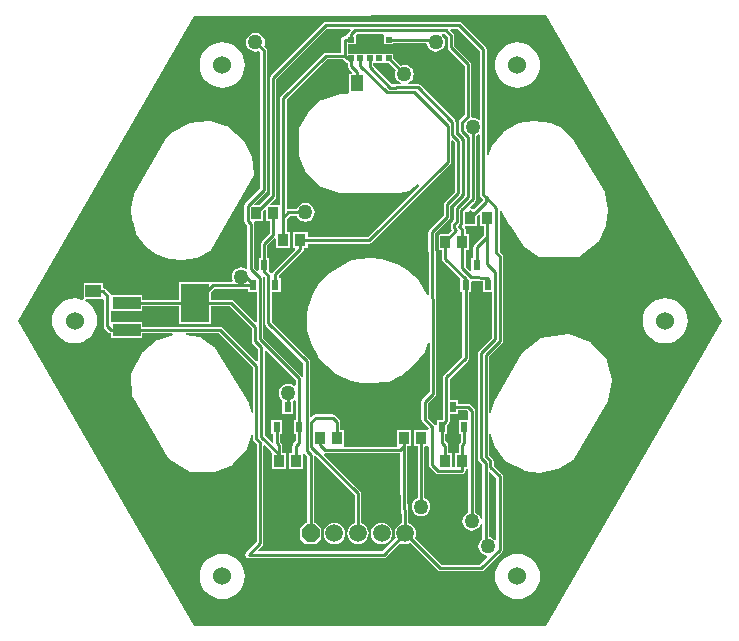
<source format=gtl>
G04 Layer_Physical_Order=1*
G04 Layer_Color=25308*
%FSLAX24Y24*%
%MOIN*%
G70*
G01*
G75*
%ADD10R,0.0433X0.0532*%
%ADD11R,0.0945X0.0394*%
%ADD12R,0.0945X0.1299*%
%ADD13R,0.0532X0.0433*%
%ADD14R,0.0354X0.0413*%
%ADD15R,0.0236X0.0354*%
%ADD16R,0.0236X0.0354*%
%ADD17R,0.0197X0.0197*%
%ADD18C,0.0100*%
%ADD19P,0.0639X8X202.5*%
%ADD20C,0.0591*%
%ADD21C,0.0600*%
%ADD22C,0.0500*%
G36*
X35363Y23622D02*
X29493Y13454D01*
X17751D01*
X11881Y23622D01*
X17751Y33790D01*
X29493Y33798D01*
X35363Y23622D01*
D02*
G37*
%LPC*%
G36*
X18701Y32897D02*
X18554Y32883D01*
X18413Y32840D01*
X18283Y32771D01*
X18169Y32677D01*
X18076Y32563D01*
X18006Y32433D01*
X17964Y32292D01*
X17949Y32146D01*
X17964Y31999D01*
X18006Y31858D01*
X18076Y31728D01*
X18169Y31614D01*
X18283Y31521D01*
X18413Y31451D01*
X18554Y31408D01*
X18701Y31394D01*
X18847Y31408D01*
X18988Y31451D01*
X19118Y31521D01*
X19232Y31614D01*
X19326Y31728D01*
X19395Y31858D01*
X19438Y31999D01*
X19452Y32146D01*
X19438Y32292D01*
X19395Y32433D01*
X19326Y32563D01*
X19232Y32677D01*
X19118Y32771D01*
X18988Y32840D01*
X18847Y32883D01*
X18701Y32897D01*
D02*
G37*
G36*
X33465Y24374D02*
X33318Y24359D01*
X33177Y24316D01*
X33047Y24247D01*
X32933Y24154D01*
X32840Y24040D01*
X32770Y23910D01*
X32727Y23769D01*
X32713Y23622D01*
X32727Y23475D01*
X32770Y23334D01*
X32840Y23204D01*
X32933Y23091D01*
X33047Y22997D01*
X33177Y22928D01*
X33318Y22885D01*
X33465Y22870D01*
X33611Y22885D01*
X33752Y22928D01*
X33882Y22997D01*
X33996Y23091D01*
X34090Y23204D01*
X34159Y23334D01*
X34202Y23475D01*
X34216Y23622D01*
X34202Y23769D01*
X34159Y23910D01*
X34090Y24040D01*
X33996Y24154D01*
X33882Y24247D01*
X33752Y24316D01*
X33611Y24359D01*
X33465Y24374D01*
D02*
G37*
G36*
X18259Y30277D02*
X18258Y30277D01*
X18258Y30277D01*
X17589Y30198D01*
X17575Y30193D01*
X17560Y30189D01*
X17049Y29913D01*
X17040Y29906D01*
X17030Y29899D01*
X16794Y29663D01*
X16788Y29654D01*
X16781Y29646D01*
X15757Y27835D01*
X15753Y27822D01*
X15748Y27810D01*
X15669Y27377D01*
X15669Y27365D01*
X15668Y27354D01*
X15708Y26961D01*
X15710Y26953D01*
X15711Y26945D01*
X15829Y26552D01*
X15835Y26540D01*
X15841Y26528D01*
X16156Y26095D01*
X16164Y26086D01*
X16172Y26078D01*
X16487Y25841D01*
X16498Y25836D01*
X16508Y25830D01*
X16941Y25673D01*
X16951Y25671D01*
X16961Y25668D01*
X17354Y25629D01*
X17365Y25630D01*
X17375Y25629D01*
X17848Y25708D01*
X17860Y25713D01*
X17873Y25717D01*
X18306Y25953D01*
X18311Y25957D01*
X18317Y25960D01*
X18323Y25967D01*
X18330Y25973D01*
X18333Y25979D01*
X18337Y25984D01*
X19755Y28464D01*
X19758Y28474D01*
X19763Y28484D01*
X19763Y28489D01*
X19765Y28494D01*
X19764Y28505D01*
X19765Y28515D01*
X19686Y29066D01*
X19682Y29077D01*
X19679Y29089D01*
X19443Y29601D01*
X19442Y29602D01*
X19442Y29603D01*
X19433Y29614D01*
X19425Y29626D01*
X19423Y29627D01*
X19422Y29628D01*
X18871Y30100D01*
X18870Y30101D01*
X18869Y30102D01*
X18856Y30109D01*
X18844Y30116D01*
X18842Y30116D01*
X18841Y30117D01*
X18290Y30274D01*
X18290Y30274D01*
X18290Y30274D01*
X18274Y30275D01*
X18259Y30277D01*
D02*
G37*
G36*
X28543Y32897D02*
X28397Y32883D01*
X28256Y32840D01*
X28126Y32771D01*
X28012Y32677D01*
X27918Y32563D01*
X27849Y32433D01*
X27806Y32292D01*
X27792Y32146D01*
X27806Y31999D01*
X27849Y31858D01*
X27918Y31728D01*
X28012Y31614D01*
X28126Y31521D01*
X28256Y31451D01*
X28397Y31408D01*
X28543Y31394D01*
X28690Y31408D01*
X28831Y31451D01*
X28961Y31521D01*
X29075Y31614D01*
X29168Y31728D01*
X29238Y31858D01*
X29281Y31999D01*
X29295Y32146D01*
X29281Y32292D01*
X29238Y32433D01*
X29168Y32563D01*
X29075Y32677D01*
X28961Y32771D01*
X28831Y32840D01*
X28690Y32883D01*
X28543Y32897D01*
D02*
G37*
G36*
X26600Y33581D02*
X26600Y33581D01*
X22150D01*
X22150Y33581D01*
X22107Y33573D01*
X22071Y33549D01*
X20315Y31792D01*
X20291Y31756D01*
X20283Y31714D01*
X20283Y31714D01*
Y27812D01*
X19941Y27470D01*
X19783D01*
X19764Y27517D01*
X20157Y27910D01*
X20181Y27946D01*
X20190Y27989D01*
X20190Y27989D01*
Y32631D01*
X20190Y32631D01*
X20181Y32674D01*
X20157Y32710D01*
X20157Y32710D01*
X20093Y32775D01*
X20111Y32819D01*
X20122Y32900D01*
X20111Y32981D01*
X20080Y33056D01*
X20030Y33120D01*
X19966Y33170D01*
X19891Y33201D01*
X19810Y33212D01*
X19729Y33201D01*
X19654Y33170D01*
X19590Y33120D01*
X19540Y33056D01*
X19509Y32981D01*
X19498Y32900D01*
X19509Y32819D01*
X19540Y32744D01*
X19590Y32680D01*
X19654Y32630D01*
X19729Y32599D01*
X19810Y32588D01*
X19891Y32599D01*
X19930Y32615D01*
X19968Y32584D01*
Y28035D01*
X19468Y27535D01*
X19444Y27499D01*
X19435Y27457D01*
X19435Y27457D01*
Y26953D01*
X19435Y26953D01*
X19444Y26910D01*
X19468Y26874D01*
X19534Y26808D01*
Y25386D01*
X19486Y25360D01*
X19411Y25391D01*
X19330Y25402D01*
X19249Y25391D01*
X19174Y25360D01*
X19110Y25310D01*
X19060Y25246D01*
X19029Y25171D01*
X19018Y25090D01*
X19029Y25009D01*
X19048Y24964D01*
X19015Y24914D01*
X18386D01*
X18386Y24914D01*
X18377Y24913D01*
X18327Y24921D01*
Y24921D01*
X18327Y24921D01*
X17264D01*
Y24324D01*
X16043D01*
Y24469D01*
X14985D01*
X14978Y24504D01*
X14954Y24540D01*
X14809Y24685D01*
X14773Y24709D01*
X14734Y24717D01*
Y24882D01*
X14085D01*
Y24362D01*
X14037Y24326D01*
X13926Y24359D01*
X13780Y24374D01*
X13633Y24359D01*
X13492Y24316D01*
X13362Y24247D01*
X13248Y24154D01*
X13155Y24040D01*
X13085Y23910D01*
X13042Y23769D01*
X13028Y23622D01*
X13042Y23475D01*
X13085Y23334D01*
X13155Y23204D01*
X13248Y23091D01*
X13362Y22997D01*
X13492Y22928D01*
X13633Y22885D01*
X13780Y22870D01*
X13926Y22885D01*
X14067Y22928D01*
X14197Y22997D01*
X14311Y23091D01*
X14404Y23204D01*
X14474Y23334D01*
X14517Y23475D01*
X14531Y23622D01*
X14517Y23769D01*
X14474Y23910D01*
X14404Y24040D01*
X14311Y24154D01*
X14197Y24247D01*
X14134Y24281D01*
X14147Y24331D01*
X14734D01*
X14764Y24293D01*
Y23432D01*
X14764Y23432D01*
X14772Y23390D01*
X14796Y23353D01*
X14921Y23228D01*
X14921Y23228D01*
X14957Y23204D01*
X14980Y23200D01*
Y23051D01*
X16043D01*
Y23196D01*
X17042D01*
X17050Y23146D01*
X16551Y22990D01*
X16551Y22990D01*
X16537Y22982D01*
X16523Y22975D01*
X16523Y22975D01*
X16523Y22975D01*
X16523Y22975D01*
X16051Y22581D01*
X16050Y22581D01*
X16050Y22580D01*
X16041Y22569D01*
X16031Y22557D01*
X16031Y22556D01*
X16031Y22556D01*
X15676Y21847D01*
X15675Y21842D01*
X15672Y21838D01*
X15671Y21827D01*
X15668Y21817D01*
X15669Y21812D01*
X15668Y21807D01*
X15707Y21098D01*
X15708Y21095D01*
X15708Y21091D01*
X15712Y21080D01*
X15715Y21068D01*
X15717Y21065D01*
X15718Y21062D01*
X16899Y19054D01*
X16902Y19051D01*
X16904Y19047D01*
X16912Y19039D01*
X16920Y19030D01*
X16924Y19029D01*
X16927Y19026D01*
X17635Y18593D01*
X17641Y18591D01*
X17646Y18587D01*
X17656Y18585D01*
X17665Y18582D01*
X17671Y18582D01*
X17677Y18581D01*
X18425D01*
X18440Y18584D01*
X18455Y18587D01*
X19046Y18823D01*
X19047Y18824D01*
X19050Y18825D01*
X19061Y18833D01*
X19072Y18840D01*
X19073Y18842D01*
X19075Y18843D01*
X19508Y19316D01*
X19509Y19318D01*
X19511Y19319D01*
X19517Y19331D01*
X19524Y19343D01*
X19525Y19345D01*
X19526Y19347D01*
X19680Y19862D01*
X19730Y19855D01*
Y19684D01*
X19730Y19684D01*
X19738Y19641D01*
X19762Y19605D01*
X19849Y19518D01*
Y16246D01*
X19502Y15899D01*
X19478Y15863D01*
X19469Y15820D01*
X19478Y15777D01*
X19502Y15741D01*
X19538Y15717D01*
X19580Y15709D01*
X19580Y15709D01*
X24088D01*
X24088Y15709D01*
X24130Y15717D01*
X24166Y15741D01*
X24643Y16218D01*
X24711Y16190D01*
X24803Y16178D01*
X24896Y16190D01*
X24963Y16218D01*
X25885Y15296D01*
X25921Y15272D01*
X25964Y15264D01*
X25964Y15264D01*
X27335D01*
X27335Y15264D01*
X27378Y15272D01*
X27414Y15296D01*
X28029Y15911D01*
X28029Y15911D01*
X28043Y15933D01*
X28053Y15947D01*
X28061Y15990D01*
Y18435D01*
X28053Y18478D01*
X28029Y18514D01*
X27751Y18792D01*
Y18941D01*
X27742Y18983D01*
X27732Y18998D01*
X27718Y19019D01*
X27718Y19019D01*
X27593Y19144D01*
Y19880D01*
X27643Y19888D01*
X27798Y19423D01*
X27804Y19412D01*
X27810Y19401D01*
X28164Y18928D01*
X28166Y18926D01*
X28168Y18924D01*
X28178Y18916D01*
X28187Y18907D01*
X28190Y18906D01*
X28192Y18905D01*
X28744Y18629D01*
X28756Y18626D01*
X28767Y18621D01*
X29279Y18543D01*
X29294Y18543D01*
X29308Y18544D01*
X29859Y18662D01*
X29872Y18667D01*
X29885Y18672D01*
X30396Y18987D01*
X30399Y18989D01*
X30403Y18991D01*
X30411Y19000D01*
X30419Y19008D01*
X30421Y19011D01*
X30423Y19014D01*
X31565Y20943D01*
X31570Y20957D01*
X31575Y20969D01*
X31693Y21599D01*
X31693Y21601D01*
X31694Y21602D01*
X31693Y21617D01*
X31693Y21631D01*
X31692Y21632D01*
X31692Y21634D01*
X31535Y22264D01*
X31533Y22266D01*
X31533Y22269D01*
X31527Y22280D01*
X31521Y22292D01*
X31519Y22294D01*
X31517Y22297D01*
X31006Y22887D01*
X31003Y22890D01*
X31000Y22893D01*
X30990Y22899D01*
X30981Y22906D01*
X30977Y22907D01*
X30974Y22909D01*
X30265Y23185D01*
X30259Y23186D01*
X30254Y23189D01*
X30244Y23189D01*
X30234Y23191D01*
X30229Y23189D01*
X30222Y23189D01*
X29317Y23032D01*
X29313Y23030D01*
X29309Y23030D01*
X29299Y23025D01*
X29288Y23021D01*
X29285Y23018D01*
X29281Y23016D01*
X28730Y22583D01*
X28720Y22571D01*
X28710Y22560D01*
X27765Y20906D01*
X27762Y20896D01*
X27757Y20887D01*
X27643Y20469D01*
X27593Y20476D01*
Y22436D01*
X28028Y22870D01*
X28052Y22907D01*
X28060Y22949D01*
Y23320D01*
X28061Y23325D01*
Y25770D01*
X28053Y25813D01*
X28029Y25849D01*
X28029Y25849D01*
X27951Y25926D01*
Y27287D01*
X28001Y27300D01*
X28276Y26811D01*
X28278Y26809D01*
X28279Y26807D01*
X28712Y26138D01*
X28712Y26138D01*
X28712Y26138D01*
X28712Y26137D01*
X28723Y26126D01*
X28734Y26115D01*
X29246Y25761D01*
X29253Y25757D01*
X29261Y25753D01*
X29268Y25751D01*
X29274Y25748D01*
X29283Y25748D01*
X29291Y25746D01*
X30591D01*
X30602Y25749D01*
X30613Y25750D01*
X30617Y25752D01*
X30621Y25753D01*
X30631Y25759D01*
X30641Y25764D01*
X31231Y26237D01*
X31233Y26239D01*
X31236Y26240D01*
X31243Y26251D01*
X31251Y26260D01*
X31252Y26263D01*
X31254Y26266D01*
X31490Y26777D01*
X31493Y26788D01*
X31497Y26798D01*
X31575Y27270D01*
X31575Y27285D01*
X31575Y27299D01*
X31457Y27890D01*
X31451Y27903D01*
X31447Y27916D01*
X30344Y29727D01*
X30338Y29734D01*
X30332Y29742D01*
X30057Y30017D01*
X30046Y30025D01*
X30036Y30032D01*
X29721Y30190D01*
X29708Y30193D01*
X29696Y30198D01*
X29105Y30276D01*
X29094Y30276D01*
X29082Y30276D01*
X28570Y30197D01*
X28556Y30192D01*
X28542Y30187D01*
X28070Y29912D01*
X28059Y29902D01*
X28048Y29893D01*
X27694Y29460D01*
X27687Y29448D01*
X27680Y29436D01*
X27567Y29119D01*
X27517Y29127D01*
Y32664D01*
X27517Y32664D01*
X27509Y32706D01*
X27485Y32742D01*
X26679Y33549D01*
X26643Y33573D01*
X26600Y33581D01*
D02*
G37*
G36*
X18701Y15850D02*
X18554Y15835D01*
X18413Y15792D01*
X18283Y15723D01*
X18169Y15630D01*
X18076Y15516D01*
X18006Y15386D01*
X17964Y15245D01*
X17949Y15098D01*
X17964Y14951D01*
X18006Y14810D01*
X18076Y14680D01*
X18169Y14567D01*
X18283Y14473D01*
X18413Y14404D01*
X18554Y14361D01*
X18701Y14346D01*
X18847Y14361D01*
X18988Y14404D01*
X19118Y14473D01*
X19232Y14567D01*
X19326Y14680D01*
X19395Y14810D01*
X19438Y14951D01*
X19452Y15098D01*
X19438Y15245D01*
X19395Y15386D01*
X19326Y15516D01*
X19232Y15630D01*
X19118Y15723D01*
X18988Y15792D01*
X18847Y15835D01*
X18701Y15850D01*
D02*
G37*
G36*
X28543D02*
X28397Y15835D01*
X28256Y15792D01*
X28126Y15723D01*
X28012Y15630D01*
X27918Y15516D01*
X27849Y15386D01*
X27806Y15245D01*
X27792Y15098D01*
X27806Y14951D01*
X27849Y14810D01*
X27918Y14680D01*
X28012Y14567D01*
X28126Y14473D01*
X28256Y14404D01*
X28397Y14361D01*
X28543Y14346D01*
X28690Y14361D01*
X28831Y14404D01*
X28961Y14473D01*
X29075Y14567D01*
X29168Y14680D01*
X29238Y14810D01*
X29281Y14951D01*
X29295Y15098D01*
X29281Y15245D01*
X29238Y15386D01*
X29168Y15516D01*
X29075Y15630D01*
X28961Y15723D01*
X28831Y15792D01*
X28690Y15835D01*
X28543Y15850D01*
D02*
G37*
%LPD*%
G36*
X21149Y21654D02*
Y21472D01*
X21099Y21447D01*
X21056Y21480D01*
X20981Y21511D01*
X20900Y21522D01*
X20819Y21511D01*
X20744Y21480D01*
X20680Y21430D01*
X20630Y21366D01*
X20599Y21291D01*
X20588Y21210D01*
X20599Y21129D01*
X20630Y21054D01*
X20680Y20990D01*
X20709Y20967D01*
Y20512D01*
X21063D01*
Y20943D01*
X21102Y20971D01*
X21149Y20948D01*
Y20315D01*
X21083D01*
Y19843D01*
X21149D01*
Y19604D01*
X21073Y19529D01*
X21049Y19493D01*
X21040Y19450D01*
X21040Y19450D01*
Y19203D01*
X20915D01*
Y18671D01*
X21388D01*
Y19195D01*
X21430Y19223D01*
X21435Y19215D01*
X21542Y19107D01*
Y16890D01*
X21476D01*
X21299Y16713D01*
Y16358D01*
X21476Y16181D01*
X21831D01*
X22008Y16358D01*
Y16713D01*
X21831Y16890D01*
X21765D01*
Y19100D01*
X21815Y19120D01*
X23117Y17818D01*
Y16873D01*
X23050Y16845D01*
X22976Y16788D01*
X22919Y16714D01*
X22883Y16628D01*
X22871Y16535D01*
X22883Y16443D01*
X22919Y16357D01*
X22976Y16283D01*
X23050Y16226D01*
X23136Y16190D01*
X23228Y16178D01*
X23321Y16190D01*
X23407Y16226D01*
X23481Y16283D01*
X23538Y16357D01*
X23574Y16443D01*
X23586Y16535D01*
X23574Y16628D01*
X23538Y16714D01*
X23481Y16788D01*
X23407Y16845D01*
X23340Y16873D01*
Y17864D01*
X23331Y17907D01*
X23321Y17921D01*
X23307Y17943D01*
X23307Y17943D01*
X22096Y19154D01*
X22121Y19200D01*
X22125Y19199D01*
X24625D01*
X24625Y19199D01*
X24643Y19184D01*
Y18149D01*
X24643Y18148D01*
X24643Y18146D01*
X24682Y16869D01*
X24624Y16845D01*
X24550Y16788D01*
X24494Y16714D01*
X24458Y16628D01*
X24446Y16535D01*
X24458Y16443D01*
X24486Y16375D01*
X24042Y15931D01*
X19914D01*
X19895Y15977D01*
X20039Y16122D01*
X20039Y16122D01*
X20063Y16158D01*
X20072Y16200D01*
Y19455D01*
X20118Y19475D01*
X20342Y19250D01*
X20344Y19203D01*
X20344D01*
X20344Y19203D01*
Y18671D01*
X20817D01*
Y19203D01*
X20692D01*
Y19470D01*
X20692Y19470D01*
X20683Y19513D01*
X20659Y19549D01*
X20623Y19585D01*
Y19843D01*
X20689D01*
Y20315D01*
X20335D01*
Y19843D01*
X20401D01*
Y19577D01*
X20351Y19556D01*
X20111Y19796D01*
Y22626D01*
X20157Y22645D01*
X21149Y21654D01*
D02*
G37*
G36*
X20129Y25082D02*
Y23540D01*
X20129Y23540D01*
X20137Y23497D01*
X20161Y23461D01*
X21402Y22221D01*
Y21773D01*
X21353Y21757D01*
X21338Y21779D01*
X21338Y21779D01*
X20071Y23046D01*
Y25030D01*
X20063Y25073D01*
X20052Y25088D01*
X20091Y25120D01*
X20129Y25082D01*
D02*
G37*
G36*
X19730Y22063D02*
Y20535D01*
X19680Y20529D01*
X19606Y20845D01*
X19600Y20857D01*
X19596Y20869D01*
X18454Y22719D01*
X18444Y22731D01*
X18433Y22742D01*
X18000Y23057D01*
X17997Y23058D01*
X17995Y23061D01*
X17983Y23065D01*
X17972Y23070D01*
X17968Y23070D01*
X17965Y23071D01*
X17494Y23146D01*
X17498Y23196D01*
X18597D01*
X19730Y22063D01*
D02*
G37*
G36*
X27839Y18389D02*
Y16313D01*
X27789Y16296D01*
X27770Y16320D01*
X27706Y16370D01*
X27631Y16401D01*
X27592Y16406D01*
Y18571D01*
X27638Y18590D01*
X27839Y18389D01*
D02*
G37*
G36*
X27382Y24952D02*
Y24567D01*
X27679D01*
Y23061D01*
X27244Y22626D01*
X27220Y22590D01*
X27212Y22548D01*
X27212Y22548D01*
Y19032D01*
X27212Y19032D01*
X27220Y18990D01*
X27244Y18954D01*
X27369Y18829D01*
Y17030D01*
X27321Y17021D01*
X27290Y17096D01*
X27240Y17160D01*
X27176Y17210D01*
X27131Y17228D01*
Y20625D01*
X27131Y20625D01*
X27123Y20668D01*
X27099Y20704D01*
X27099Y20704D01*
X26974Y20829D01*
X26938Y20853D01*
X26895Y20861D01*
X26895Y20861D01*
X26575D01*
Y20984D01*
X26281D01*
Y21684D01*
X26890Y22292D01*
X26890Y22292D01*
X26904Y22314D01*
X26914Y22328D01*
X26922Y22371D01*
Y24567D01*
X26988D01*
Y24913D01*
X27038Y24958D01*
X27382Y24952D01*
D02*
G37*
G36*
X26909Y20579D02*
Y20315D01*
X26595D01*
Y19843D01*
X26660D01*
Y19585D01*
X26624Y19549D01*
X26600Y19513D01*
X26592Y19470D01*
X26592Y19470D01*
Y19203D01*
X26467D01*
Y18731D01*
X26368D01*
Y19203D01*
X26243D01*
Y19450D01*
X26243Y19450D01*
X26235Y19493D01*
X26211Y19529D01*
X26135Y19604D01*
Y19843D01*
X26201D01*
Y20160D01*
X26249Y20208D01*
X26249Y20208D01*
X26273Y20244D01*
X26281Y20286D01*
X26281Y20286D01*
Y20512D01*
X26575D01*
Y20639D01*
X26849D01*
X26909Y20579D01*
D02*
G37*
G36*
X19690Y23366D02*
Y22934D01*
X19690Y22934D01*
X19698Y22892D01*
X19722Y22855D01*
X19889Y22689D01*
Y22284D01*
X19843Y22265D01*
X18722Y23386D01*
X18686Y23410D01*
X18643Y23418D01*
X18643Y23418D01*
X16043D01*
Y23563D01*
X14986D01*
Y23957D01*
X16043D01*
Y24101D01*
X17264D01*
Y23504D01*
X18327D01*
Y24101D01*
X18954D01*
X19690Y23366D01*
D02*
G37*
G36*
X27295Y32618D02*
Y30341D01*
X27245Y30316D01*
X27203Y30349D01*
X27128Y30380D01*
X27047Y30390D01*
X27044Y30390D01*
X27004Y30426D01*
X27001Y30435D01*
Y32167D01*
X26992Y32210D01*
X26983Y32224D01*
X26968Y32246D01*
X26968Y32246D01*
X26435Y32779D01*
Y33125D01*
X26435Y33125D01*
X26427Y33168D01*
X26403Y33204D01*
X26403Y33204D01*
X26294Y33313D01*
X26313Y33359D01*
X26554D01*
X27295Y32618D01*
D02*
G37*
G36*
Y29816D02*
Y27819D01*
X27295Y27819D01*
X27304Y27776D01*
X27328Y27740D01*
X27383Y27685D01*
Y27629D01*
X27099Y27344D01*
X27037Y27346D01*
X27001Y27370D01*
X26976Y27375D01*
X26957Y27422D01*
X26957Y27426D01*
X27126Y27595D01*
X27126Y27595D01*
X27140Y27617D01*
X27150Y27631D01*
X27158Y27674D01*
Y29790D01*
X27203Y29809D01*
X27245Y29841D01*
X27295Y29816D01*
D02*
G37*
G36*
X24492Y31965D02*
X24473Y31921D01*
X24462Y31840D01*
X24473Y31759D01*
X24504Y31684D01*
X24554Y31620D01*
X24618Y31570D01*
X24646Y31558D01*
X24636Y31508D01*
X24488D01*
X24452Y31501D01*
X24347D01*
X23733Y32115D01*
Y32205D01*
X24252D01*
X24492Y31965D01*
D02*
G37*
G36*
X22978Y33313D02*
X22914Y33248D01*
X22889Y33212D01*
X22881Y33169D01*
X22838Y33150D01*
X22835D01*
Y33103D01*
X22782D01*
X22782Y33103D01*
X22740Y33095D01*
X22704Y33071D01*
X22704Y33071D01*
X22701Y33069D01*
X22677Y33033D01*
X22669Y32990D01*
X22669Y32990D01*
Y32560D01*
X22149D01*
X22149Y32560D01*
X22107Y32552D01*
X22070Y32528D01*
X22070Y32528D01*
X20660Y31117D01*
X20635Y31081D01*
X20627Y31038D01*
X20627Y31038D01*
Y27470D01*
X20321D01*
X20302Y27517D01*
X20472Y27687D01*
X20472Y27687D01*
X20496Y27723D01*
X20505Y27766D01*
X20505Y27766D01*
Y31668D01*
X22196Y33359D01*
X22959D01*
X22978Y33313D01*
D02*
G37*
G36*
X26213Y33079D02*
Y32733D01*
X26213Y32733D01*
X26221Y32691D01*
X26245Y32654D01*
X26779Y32121D01*
Y30475D01*
X26610Y30306D01*
X26585Y30270D01*
X26577Y30227D01*
X26577Y30227D01*
Y29930D01*
X26577Y29930D01*
X26585Y29887D01*
X26610Y29851D01*
X26777Y29684D01*
Y27786D01*
X26435Y27444D01*
X26411Y27408D01*
X26402Y27365D01*
X26402Y27365D01*
Y26964D01*
X26352Y26915D01*
X26328Y26878D01*
X26320Y26836D01*
X26320Y26836D01*
Y26704D01*
X26320Y26704D01*
X26328Y26662D01*
X26348Y26633D01*
X26240Y26526D01*
X25896D01*
Y25994D01*
X26021D01*
Y25694D01*
X26021Y25694D01*
X26029Y25651D01*
X26053Y25615D01*
X26634Y25035D01*
Y24567D01*
X26700D01*
Y22417D01*
X26091Y21809D01*
X26067Y21773D01*
X26059Y21730D01*
X26059Y21730D01*
Y20332D01*
X26041Y20315D01*
X25846D01*
Y20141D01*
X25838Y20137D01*
X25796Y20132D01*
X25793Y20138D01*
X25778Y20159D01*
X25778Y20159D01*
X25562Y20376D01*
Y20873D01*
X25803Y21114D01*
X25827Y21150D01*
X25836Y21193D01*
X25836Y21193D01*
Y23246D01*
X25830Y23274D01*
Y23895D01*
X25835Y23917D01*
Y24350D01*
X25827Y24393D01*
X25817Y24407D01*
X25812Y24414D01*
Y25928D01*
X25812Y25928D01*
X25804Y25970D01*
X25798Y25979D01*
Y26532D01*
X26274Y27008D01*
X26274Y27008D01*
X26298Y27044D01*
X26306Y27086D01*
X26306Y27086D01*
Y27451D01*
X26649Y27793D01*
X26649Y27793D01*
X26663Y27815D01*
X26673Y27829D01*
X26681Y27872D01*
Y29598D01*
X26681Y29598D01*
X26673Y29641D01*
X26649Y29677D01*
X26649Y29677D01*
X26481Y29844D01*
Y30250D01*
X26481Y30250D01*
X26473Y30293D01*
X26449Y30329D01*
X26449Y30329D01*
X25302Y31476D01*
X25266Y31500D01*
X25223Y31508D01*
X25223Y31508D01*
X24912D01*
X24902Y31558D01*
X24930Y31570D01*
X24995Y31620D01*
X25044Y31684D01*
X25075Y31759D01*
X25086Y31840D01*
X25075Y31921D01*
X25044Y31996D01*
X24995Y32060D01*
X24930Y32110D01*
X24855Y32141D01*
X24774Y32152D01*
X24693Y32141D01*
X24649Y32123D01*
X24409Y32362D01*
Y32520D01*
X22891D01*
Y32835D01*
X23150D01*
Y33150D01*
X23150Y33150D01*
X23150D01*
X23178Y33186D01*
X23182Y33191D01*
X24073D01*
X24094Y33150D01*
X24094D01*
Y32835D01*
X24409D01*
Y32881D01*
X25510D01*
X25518Y32819D01*
X25549Y32744D01*
X25599Y32680D01*
X25664Y32630D01*
X25739Y32599D01*
X25819Y32588D01*
X25900Y32599D01*
X25975Y32630D01*
X26040Y32680D01*
X26089Y32744D01*
X26120Y32819D01*
X26131Y32900D01*
X26120Y32981D01*
X26089Y33056D01*
X26040Y33120D01*
X26013Y33141D01*
X26030Y33191D01*
X26101D01*
X26213Y33079D01*
D02*
G37*
G36*
X27293Y27159D02*
Y26781D01*
X27418D01*
Y26471D01*
X27106Y26159D01*
X27082Y26123D01*
X27074Y26080D01*
X27074Y26080D01*
Y25709D01*
X27008D01*
Y25290D01*
X26958Y25269D01*
X26814Y25413D01*
Y25994D01*
X26939D01*
Y26526D01*
X26814D01*
Y26657D01*
X26814Y26657D01*
X26805Y26700D01*
X26784Y26731D01*
X26788Y26749D01*
X26806Y26781D01*
X27195D01*
Y27126D01*
X27247Y27178D01*
X27293Y27159D01*
D02*
G37*
G36*
X20167Y27317D02*
Y26939D01*
X20292D01*
Y26531D01*
X20020Y26259D01*
X19996Y26223D01*
X19987Y26180D01*
X19987Y26180D01*
Y25709D01*
X19921D01*
Y25297D01*
X19871Y25276D01*
X19757Y25390D01*
Y26854D01*
X19750Y26889D01*
X19758Y26909D01*
X19780Y26939D01*
X20069D01*
Y27284D01*
X20121Y27336D01*
X20167Y27317D01*
D02*
G37*
G36*
X19547Y24567D02*
X19849D01*
Y23586D01*
X19803Y23567D01*
X19079Y24291D01*
X19043Y24315D01*
X19000Y24324D01*
X19000Y24324D01*
X18327D01*
Y24587D01*
X18432Y24692D01*
X19547D01*
Y24567D01*
D02*
G37*
G36*
X22789Y32284D02*
X22825Y32260D01*
X22835Y32250D01*
Y32205D01*
X22880D01*
X22881Y32204D01*
Y32107D01*
X22881Y32107D01*
X22889Y32064D01*
X22914Y32028D01*
X23032Y31910D01*
X23011Y31860D01*
X22913D01*
Y31211D01*
X22875Y31183D01*
X22638D01*
X22625Y31180D01*
X22612Y31179D01*
X22022Y30982D01*
X22021Y30981D01*
X22021Y30981D01*
X22008Y30974D01*
X21995Y30966D01*
X21994Y30966D01*
X21994Y30966D01*
X21640Y30651D01*
X21632Y30641D01*
X21624Y30632D01*
X21270Y30041D01*
X21268Y30036D01*
X21264Y30031D01*
X21262Y30021D01*
X21259Y30012D01*
X21259Y30006D01*
X21258Y30000D01*
Y29134D01*
X21258Y29133D01*
X21258Y29133D01*
X21261Y29118D01*
X21264Y29103D01*
X21265Y29103D01*
X21265Y29102D01*
X21501Y28551D01*
X21502Y28550D01*
X21502Y28549D01*
X21511Y28537D01*
X21519Y28525D01*
X21520Y28525D01*
X21521Y28523D01*
X21993Y28090D01*
X21994Y28090D01*
X21995Y28089D01*
X22007Y28082D01*
X22020Y28074D01*
X22021Y28074D01*
X22022Y28073D01*
X22612Y27877D01*
X22625Y27875D01*
X22638Y27872D01*
X24567D01*
X24576Y27874D01*
X24584Y27874D01*
X24939Y27953D01*
X24939Y27953D01*
X24940Y27953D01*
X24954Y27960D01*
X24967Y27966D01*
X24968Y27966D01*
X24968Y27966D01*
X25243Y28165D01*
X25275Y28127D01*
X23559Y26410D01*
X21545D01*
Y26565D01*
X21073D01*
Y26033D01*
X21112D01*
X21132Y25987D01*
X20394Y25250D01*
X20372Y25217D01*
X20347Y25211D01*
X20326Y25208D01*
X20318Y25208D01*
X20276Y25250D01*
Y25709D01*
X20210D01*
Y26134D01*
X20452Y26376D01*
X20502Y26356D01*
Y26033D01*
X20974D01*
Y26565D01*
X20849D01*
Y27012D01*
X20956Y27119D01*
X21182D01*
X21200Y27074D01*
X21250Y27010D01*
X21314Y26960D01*
X21389Y26929D01*
X21470Y26918D01*
X21551Y26929D01*
X21626Y26960D01*
X21690Y27010D01*
X21740Y27074D01*
X21771Y27149D01*
X21782Y27230D01*
X21771Y27311D01*
X21740Y27386D01*
X21690Y27450D01*
X21626Y27500D01*
X21551Y27531D01*
X21470Y27542D01*
X21389Y27531D01*
X21314Y27500D01*
X21250Y27450D01*
X21200Y27386D01*
X21182Y27341D01*
X20910D01*
X20899Y27339D01*
X20849Y27376D01*
X20849Y27376D01*
Y30992D01*
X22195Y32338D01*
X22735D01*
X22789Y32284D01*
D02*
G37*
G36*
X26459Y29552D02*
Y27918D01*
X26117Y27575D01*
X26093Y27539D01*
X26084Y27497D01*
X26084Y27497D01*
Y27132D01*
X25608Y26656D01*
X25584Y26620D01*
X25575Y26578D01*
X25575Y26578D01*
Y25942D01*
X25575Y25942D01*
X25584Y25900D01*
X25590Y25891D01*
Y24484D01*
X25583Y24479D01*
X25517Y24495D01*
X25268Y24959D01*
X25258Y24970D01*
X25250Y24982D01*
X24935Y25257D01*
X24929Y25261D01*
X24924Y25265D01*
X24609Y25462D01*
X24601Y25465D01*
X24594Y25469D01*
X24043Y25666D01*
X24033Y25668D01*
X24024Y25670D01*
X23630Y25710D01*
X23621Y25709D01*
X23612Y25710D01*
X22982Y25631D01*
X22981Y25630D01*
X22980Y25630D01*
X22966Y25626D01*
X22952Y25621D01*
X22951Y25620D01*
X22950Y25620D01*
X22242Y25187D01*
X22235Y25180D01*
X22227Y25175D01*
X21951Y24899D01*
X21945Y24890D01*
X21938Y24882D01*
X21741Y24527D01*
X21739Y24522D01*
X21736Y24518D01*
X21579Y24124D01*
X21577Y24114D01*
X21574Y24104D01*
X21535Y23789D01*
X21535Y23784D01*
X21534Y23780D01*
Y23346D01*
X21536Y23336D01*
X21537Y23325D01*
X21655Y22892D01*
X21659Y22884D01*
X21662Y22875D01*
X21898Y22442D01*
X21904Y22435D01*
X21908Y22427D01*
X22184Y22112D01*
X22188Y22109D01*
X22192Y22104D01*
X22467Y21868D01*
X22477Y21863D01*
X22486Y21856D01*
X22998Y21620D01*
X23005Y21618D01*
X23012Y21615D01*
X23327Y21536D01*
X23337Y21536D01*
X23346Y21534D01*
X23622D01*
X23625Y21534D01*
X23627Y21534D01*
X24218Y21573D01*
X24218Y21573D01*
X24218Y21573D01*
X24233Y21578D01*
X24248Y21582D01*
X24248Y21582D01*
X24248Y21582D01*
X24642Y21779D01*
X24649Y21784D01*
X24656Y21788D01*
X25050Y22103D01*
X25055Y22109D01*
X25062Y22114D01*
X25455Y22586D01*
X25462Y22599D01*
X25469Y22611D01*
X25564Y22877D01*
X25614Y22868D01*
Y21239D01*
X25372Y20998D01*
X25348Y20962D01*
X25340Y20919D01*
X25340Y20919D01*
Y20329D01*
X25340Y20329D01*
X25348Y20287D01*
X25372Y20251D01*
X25588Y20035D01*
Y20029D01*
X25561Y19990D01*
X25538Y19990D01*
X25089D01*
Y19459D01*
X25214D01*
Y17708D01*
X25169Y17690D01*
X25104Y17640D01*
X25055Y17576D01*
X25024Y17500D01*
X25013Y17420D01*
X25024Y17339D01*
X25055Y17264D01*
X25104Y17199D01*
X25169Y17150D01*
X25244Y17119D01*
X25325Y17108D01*
X25405Y17119D01*
X25481Y17150D01*
X25545Y17199D01*
X25595Y17264D01*
X25626Y17339D01*
X25637Y17420D01*
X25626Y17500D01*
X25595Y17576D01*
X25545Y17640D01*
X25481Y17690D01*
X25436Y17708D01*
Y19423D01*
X25471Y19459D01*
X25538D01*
X25561Y19459D01*
X25588Y19420D01*
X25588Y19420D01*
Y18810D01*
X25588Y18810D01*
X25597Y18768D01*
X25621Y18732D01*
X25811Y18541D01*
X25811Y18541D01*
X25833Y18527D01*
X25847Y18517D01*
X25890Y18509D01*
X26693D01*
X26693Y18509D01*
X26735Y18517D01*
X26771Y18541D01*
X26781Y18551D01*
X26805Y18587D01*
X26814Y18630D01*
Y18671D01*
X26909D01*
Y17228D01*
X26864Y17210D01*
X26800Y17160D01*
X26750Y17096D01*
X26719Y17021D01*
X26708Y16940D01*
X26719Y16859D01*
X26750Y16784D01*
X26800Y16720D01*
X26864Y16670D01*
X26939Y16639D01*
X27020Y16628D01*
X27101Y16639D01*
X27176Y16670D01*
X27240Y16720D01*
X27290Y16784D01*
X27321Y16859D01*
X27369Y16850D01*
Y16351D01*
X27330Y16320D01*
X27280Y16256D01*
X27249Y16181D01*
X27238Y16100D01*
X27249Y16019D01*
X27280Y15944D01*
X27330Y15880D01*
X27394Y15830D01*
X27469Y15799D01*
X27524Y15792D01*
X27542Y15739D01*
X27289Y15486D01*
X26010D01*
X25120Y16375D01*
X25148Y16443D01*
X25161Y16535D01*
X25148Y16628D01*
X25113Y16714D01*
X25056Y16788D01*
X24982Y16845D01*
X24904Y16877D01*
X24865Y18151D01*
Y19439D01*
X24865Y19439D01*
X24908Y19459D01*
X24990D01*
Y19990D01*
X24518D01*
Y19459D01*
X24487Y19421D01*
X22796D01*
X22766Y19459D01*
Y19990D01*
X22641D01*
Y20250D01*
X22641Y20250D01*
X22632Y20293D01*
X22608Y20329D01*
X22468Y20469D01*
X22432Y20493D01*
X22390Y20501D01*
X22390Y20501D01*
X21812D01*
X21812Y20501D01*
X21770Y20493D01*
X21734Y20469D01*
X21671Y20406D01*
X21625Y20425D01*
Y22267D01*
X21625Y22267D01*
X21616Y22309D01*
X21592Y22345D01*
X20351Y23586D01*
Y24567D01*
X20650D01*
Y25039D01*
X20584D01*
Y25125D01*
X21388Y25929D01*
X21388Y25929D01*
X21402Y25951D01*
X21412Y25965D01*
X21420Y26008D01*
Y26033D01*
X21545D01*
Y26188D01*
X23605D01*
X23605Y26188D01*
X23648Y26196D01*
X23684Y26221D01*
X26299Y28836D01*
X26299Y28836D01*
X26314Y28858D01*
X26323Y28872D01*
X26332Y28915D01*
Y29614D01*
X26378Y29633D01*
X26459Y29552D01*
D02*
G37*
%LPC*%
G36*
X24016Y16893D02*
X23923Y16881D01*
X23837Y16845D01*
X23763Y16788D01*
X23706Y16714D01*
X23671Y16628D01*
X23658Y16535D01*
X23671Y16443D01*
X23706Y16357D01*
X23763Y16283D01*
X23837Y16226D01*
X23923Y16190D01*
X24016Y16178D01*
X24108Y16190D01*
X24194Y16226D01*
X24268Y16283D01*
X24325Y16357D01*
X24361Y16443D01*
X24373Y16535D01*
X24361Y16628D01*
X24325Y16714D01*
X24268Y16788D01*
X24194Y16845D01*
X24108Y16881D01*
X24016Y16893D01*
D02*
G37*
G36*
X22441D02*
X22348Y16881D01*
X22262Y16845D01*
X22188Y16788D01*
X22131Y16714D01*
X22096Y16628D01*
X22084Y16535D01*
X22096Y16443D01*
X22131Y16357D01*
X22188Y16283D01*
X22262Y16226D01*
X22348Y16190D01*
X22441Y16178D01*
X22533Y16190D01*
X22620Y16226D01*
X22694Y16283D01*
X22750Y16357D01*
X22786Y16443D01*
X22798Y16535D01*
X22786Y16628D01*
X22750Y16714D01*
X22694Y16788D01*
X22620Y16845D01*
X22533Y16881D01*
X22441Y16893D01*
D02*
G37*
%LPD*%
D10*
X23189Y31535D02*
D03*
X22638D02*
D03*
D11*
X15512Y25118D02*
D03*
Y24213D02*
D03*
Y23307D02*
D03*
D12*
X17795Y24213D02*
D03*
D13*
X14409Y24606D02*
D03*
Y25157D02*
D03*
D14*
X26959Y27047D02*
D03*
X27530D02*
D03*
X26132Y26260D02*
D03*
X26703D02*
D03*
X19833Y27205D02*
D03*
X20404D02*
D03*
X24754Y19724D02*
D03*
X25325D02*
D03*
X26132Y18937D02*
D03*
X26703D02*
D03*
X21959Y19724D02*
D03*
X22530D02*
D03*
X20581Y18937D02*
D03*
X21152D02*
D03*
X20738Y26299D02*
D03*
X21309D02*
D03*
D15*
X27185Y25472D02*
D03*
X20098D02*
D03*
X26398Y20748D02*
D03*
X20886D02*
D03*
D16*
X27559Y24803D02*
D03*
X26811D02*
D03*
X20472D02*
D03*
X19724D02*
D03*
X26772Y20079D02*
D03*
X26024D02*
D03*
X21260D02*
D03*
X20512D02*
D03*
D17*
X24252Y32677D02*
D03*
X22992D02*
D03*
X24252Y32992D02*
D03*
X23937D02*
D03*
X24252Y32362D02*
D03*
X23937D02*
D03*
X22992Y32992D02*
D03*
Y32362D02*
D03*
X23307D02*
D03*
Y32992D02*
D03*
X23622D02*
D03*
Y32362D02*
D03*
D18*
X25846Y26008D02*
X25883Y25971D01*
X25810Y20560D02*
X25884Y20634D01*
X25725Y21193D02*
Y23246D01*
X25451Y20919D02*
X25725Y21193D01*
X25883Y23852D02*
Y25971D01*
X25884Y20634D02*
Y23312D01*
X25878Y23847D02*
X25883Y23852D01*
X25878Y23317D02*
Y23847D01*
Y23317D02*
X25884Y23312D01*
X25719Y23913D02*
X25724Y23917D01*
X25719Y23252D02*
Y23913D01*
Y23252D02*
X25725Y23246D01*
X25701Y24373D02*
Y25928D01*
Y24373D02*
X25724Y24350D01*
Y23917D02*
Y24350D01*
X25223Y31397D02*
X26370Y30250D01*
X25098Y31238D02*
X26211Y30125D01*
X24554Y31238D02*
X25098D01*
X24203Y31231D02*
X24546D01*
X23307Y32128D02*
X24203Y31231D01*
X24488Y31397D02*
X25223D01*
X23622Y32069D02*
X24301Y31390D01*
X24481D02*
X24488Y31397D01*
X24301Y31390D02*
X24481D01*
X24546Y31231D02*
X24554Y31238D01*
X14409Y25157D02*
X14940D01*
X14979Y25118D01*
X15512D01*
X23307Y32992D02*
X23622D01*
X23937D01*
X20512Y19539D02*
X20581Y19470D01*
X20512Y19539D02*
Y20079D01*
X26132Y18937D02*
Y19450D01*
X26024Y19558D02*
X26132Y19450D01*
X26024Y19558D02*
Y20079D01*
X15512Y24213D02*
X17795D01*
X20098Y25472D02*
Y26180D01*
X20404Y26485D01*
Y27205D01*
X27185Y25472D02*
Y26080D01*
X27530Y26424D01*
Y27047D01*
X21152Y18937D02*
Y19450D01*
X21260Y19558D01*
Y20079D01*
X21959Y19476D02*
Y19724D01*
Y19476D02*
X22125Y19310D01*
X24625D01*
X24754Y19439D01*
Y19724D01*
X26703Y18937D02*
Y19470D01*
X26772Y19539D01*
Y20079D01*
X21309Y26008D02*
Y26299D01*
X20472Y25171D02*
X21309Y26008D01*
X20472Y24803D02*
Y25171D01*
X26132Y25694D02*
X26811Y25015D01*
Y24803D02*
Y25015D01*
X23307Y32859D02*
Y32992D01*
X23125Y32677D02*
X23307Y32859D01*
X22992Y32677D02*
X23125D01*
X15512Y23307D02*
X18643D01*
X19580Y15820D02*
X24088D01*
X24803Y16535D01*
X26024Y20079D02*
Y20140D01*
X26170Y20286D01*
Y21730D01*
X26811Y22371D01*
Y24803D01*
X21654Y16535D02*
Y19153D01*
X21513Y19294D02*
X21654Y19153D01*
X21513Y19294D02*
Y22267D01*
X20240Y23540D02*
X21513Y22267D01*
X20240Y23540D02*
Y25128D01*
X20098Y25270D02*
X20240Y25128D01*
X20098Y25270D02*
Y25472D01*
X22150Y33470D02*
X26600D01*
X19724Y24803D02*
Y24860D01*
X19494Y25090D02*
X19724Y24860D01*
X19330Y25090D02*
X19494D01*
X20910Y27230D02*
X21470D01*
X20738Y27058D02*
X20910Y27230D01*
X25013Y32677D02*
X25370Y32320D01*
X24252Y32677D02*
X25013D01*
X20738Y31038D02*
X22149Y32449D01*
X22992Y32107D02*
Y32250D01*
Y32107D02*
X23189Y31910D01*
X23307Y32128D02*
Y32362D01*
X22780Y32450D02*
Y32990D01*
X22782Y32992D01*
X22992D01*
X26324Y32733D02*
Y33125D01*
X26147Y33302D02*
X26324Y33125D01*
X23125Y33302D02*
X26147D01*
X22992Y33169D02*
X23125Y33302D01*
X22992Y32992D02*
Y33169D01*
X22630Y32090D02*
X22638Y32082D01*
Y31535D02*
Y32082D01*
X23937Y32893D02*
Y32992D01*
Y32893D02*
X24153Y32677D01*
X24252D01*
X20581Y18937D02*
Y19169D01*
X17795Y24213D02*
X19000D01*
X17795D02*
X18386Y24803D01*
X23189Y31535D02*
Y31910D01*
X22992Y32250D02*
Y32362D01*
X15000Y23307D02*
X15512D01*
X14875Y23432D02*
X15000Y23307D01*
X14875Y23432D02*
Y24461D01*
X14730Y24606D02*
X14875Y24461D01*
X14409Y24606D02*
X14730D01*
X24803Y16535D02*
X25964Y15375D01*
X27335D01*
X27950Y15990D01*
X27840Y25880D02*
X27950Y25770D01*
X27840Y25880D02*
Y27385D01*
X24754Y18149D02*
X24803Y16535D01*
X27020Y16940D02*
Y20625D01*
X26895Y20750D02*
X27020Y20625D01*
X26398Y20748D02*
Y20750D01*
X25325Y17420D02*
Y19724D01*
X20886Y20748D02*
Y21196D01*
X20900Y21210D01*
X22530Y19724D02*
Y20250D01*
X22390Y20390D02*
X22530Y20250D01*
X21812Y20390D02*
X22390D01*
X21672Y20250D02*
X21812Y20390D01*
X21672Y19420D02*
Y20250D01*
Y19420D02*
X23228Y17864D01*
Y16535D02*
Y17864D01*
X23622Y32069D02*
Y32362D01*
X25451Y20329D02*
Y20919D01*
Y20329D02*
X25700Y20081D01*
Y18810D02*
Y20081D01*
Y18810D02*
X25890Y18620D01*
X26693D01*
X26703Y18630D01*
Y18937D01*
X24252Y32992D02*
X25727D01*
X25819Y32900D01*
X19960Y23000D02*
Y25030D01*
Y23000D02*
X21260Y21700D01*
Y20079D02*
Y21700D01*
X26703Y25367D02*
Y26260D01*
X27000Y25070D02*
X27559Y25060D01*
Y24803D02*
Y25060D01*
X24252Y32362D02*
X24774Y31840D01*
X26590Y26770D02*
X26703Y26657D01*
Y26260D02*
Y26657D01*
X25013Y32677D02*
X25130D01*
X20581Y19169D02*
Y19470D01*
X18386Y24803D02*
X19724D01*
X20738Y26299D02*
Y27058D01*
Y31038D01*
X22780Y32450D02*
X22781Y32449D01*
X22868Y32362D01*
X22149Y32449D02*
X22781D01*
X22793D01*
X22868Y32362D02*
X22880D01*
X22992D01*
X22793Y32449D02*
X22880Y32362D01*
X22992Y32250D01*
X24754Y18149D02*
Y19439D01*
X26959Y27047D02*
Y27267D01*
X26398Y20750D02*
X26895D01*
X27530Y25500D02*
Y26424D01*
X15512Y25118D02*
Y28712D01*
X18110Y31310D01*
X19646Y25344D02*
X19960Y25030D01*
X19546Y26953D02*
Y27457D01*
X19646Y25344D02*
Y26854D01*
X19546Y26953D02*
X19646Y26854D01*
X19833Y27205D02*
X20394Y27766D01*
Y31714D01*
X22150Y33470D01*
X19546Y27457D02*
X20079Y27989D01*
Y32631D01*
X19810Y32900D02*
X20079Y32631D01*
X26590Y26770D02*
X26672Y26852D01*
Y27299D01*
X27047Y27674D02*
Y30079D01*
X26672Y27299D02*
X27047Y27674D01*
X27406Y27819D02*
Y32664D01*
X26600Y33470D02*
X27406Y32664D01*
X26703Y25367D02*
X27000Y25070D01*
X27530Y25500D02*
X27790Y25240D01*
X27323Y19032D02*
Y22548D01*
X27790Y23015D01*
Y25240D01*
X27950Y15990D02*
Y18435D01*
Y23325D02*
Y25770D01*
X27480Y16170D02*
X27550Y16100D01*
X27480Y16170D02*
Y18875D01*
X27323Y19032D02*
X27480Y18875D01*
X27639Y18746D02*
X27950Y18435D01*
X27639Y18746D02*
Y18941D01*
X27482Y19098D02*
X27639Y18941D01*
X27482Y19098D02*
Y22482D01*
X27949Y22949D01*
Y23324D01*
X27950Y23325D01*
X20000Y19750D02*
X20581Y19169D01*
X20000Y19750D02*
Y22735D01*
X19801Y22934D02*
X20000Y22735D01*
X19801Y22934D02*
Y23412D01*
X19000Y24213D02*
X19801Y23412D01*
X19580Y15820D02*
X19961Y16200D01*
Y19564D01*
X19841Y19684D02*
X19961Y19564D01*
X19841Y19684D02*
Y22109D01*
X18643Y23307D02*
X19841Y22109D01*
X26132Y25694D02*
Y26260D01*
X25846Y26008D02*
Y26512D01*
X26324Y32733D02*
X26890Y32167D01*
X26132Y26260D02*
X26504Y26632D01*
Y26632D01*
X26431Y26704D02*
X26504Y26632D01*
X26431Y26704D02*
Y26836D01*
X26513Y26918D01*
Y27365D01*
X26888Y27740D01*
Y29730D01*
X26688Y29930D02*
X26888Y29730D01*
X26688Y29930D02*
Y30227D01*
X26890Y30429D01*
Y32167D01*
X25846Y26512D02*
X26354Y27020D01*
Y27431D01*
X26729Y27806D01*
Y29664D01*
X26529Y29864D02*
X26729Y29664D01*
X26529Y29864D02*
Y30293D01*
X26535Y30300D01*
Y32177D01*
X25687Y25942D02*
X25701Y25928D01*
X25687Y25942D02*
Y26578D01*
X26195Y27086D01*
Y27497D01*
X26570Y27872D01*
Y29598D01*
X26370Y29798D02*
X26570Y29598D01*
X26370Y29798D02*
Y30250D01*
X26211Y29732D02*
X26220Y29723D01*
X26211Y29732D02*
Y30125D01*
X26959Y27047D02*
X27494Y27583D01*
Y27731D01*
X27406Y27819D02*
X27494Y27731D01*
X27840Y27385D01*
X25630Y32177D02*
X26535D01*
X25130Y32677D02*
X25630Y32177D01*
X26220Y28915D02*
Y29723D01*
X21309Y26299D02*
X23605D01*
X26220Y28915D01*
D19*
X21654Y16535D02*
D03*
D20*
X22441D02*
D03*
X23228D02*
D03*
X24016D02*
D03*
X24803D02*
D03*
X25591D02*
D03*
D21*
X18701Y15098D02*
D03*
X28543D02*
D03*
X13780Y23622D02*
D03*
X18701Y32146D02*
D03*
X33465Y23622D02*
D03*
X28543Y32146D02*
D03*
D22*
X25810Y20560D02*
D03*
X27550Y16100D02*
D03*
X19330Y25090D02*
D03*
X21470Y27230D02*
D03*
X25370Y32320D02*
D03*
X18110Y31310D02*
D03*
X22630Y32090D02*
D03*
X27020Y16940D02*
D03*
X25325Y17420D02*
D03*
X20900Y21210D02*
D03*
X25819Y32900D02*
D03*
X19810D02*
D03*
X24774Y31840D02*
D03*
X27047Y30079D02*
D03*
M02*

</source>
